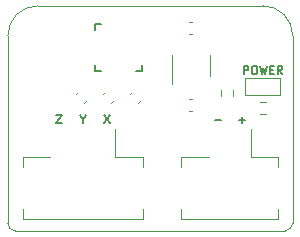
<source format=gbr>
%TF.GenerationSoftware,KiCad,Pcbnew,8.0.2*%
%TF.CreationDate,2024-05-08T23:24:27+02:00*%
%TF.ProjectId,adxl335,6164786c-3333-4352-9e6b-696361645f70,0.0.1*%
%TF.SameCoordinates,Original*%
%TF.FileFunction,Legend,Top*%
%TF.FilePolarity,Positive*%
%FSLAX46Y46*%
G04 Gerber Fmt 4.6, Leading zero omitted, Abs format (unit mm)*
G04 Created by KiCad (PCBNEW 8.0.2) date 2024-05-08 23:24:27*
%MOMM*%
%LPD*%
G01*
G04 APERTURE LIST*
%ADD10C,0.120000*%
%ADD11C,0.175000*%
%ADD12C,0.203200*%
%TA.AperFunction,Profile*%
%ADD13C,0.100000*%
%TD*%
G04 APERTURE END LIST*
D10*
X45729154Y-33237380D02*
X46429154Y-33237380D01*
X45729154Y-31767380D02*
X45729154Y-33237380D01*
X46429154Y-31767380D02*
X45729154Y-31767380D01*
D11*
X29723821Y-34911113D02*
X30190487Y-34911113D01*
X30190487Y-34911113D02*
X29723821Y-35611113D01*
X29723821Y-35611113D02*
X30190487Y-35611113D01*
X33787821Y-34911113D02*
X34254487Y-35611113D01*
X34254487Y-34911113D02*
X33787821Y-35611113D01*
X43152487Y-35344446D02*
X43685821Y-35344446D01*
X45184487Y-35344446D02*
X45717821Y-35344446D01*
X45451154Y-35611113D02*
X45451154Y-35077780D01*
X31989154Y-35277780D02*
X31989154Y-35611113D01*
X31755820Y-34911113D02*
X31989154Y-35277780D01*
X31989154Y-35277780D02*
X32222487Y-34911113D01*
X45612487Y-31420113D02*
X45612487Y-30720113D01*
X45612487Y-30720113D02*
X45879154Y-30720113D01*
X45879154Y-30720113D02*
X45945821Y-30753446D01*
X45945821Y-30753446D02*
X45979154Y-30786780D01*
X45979154Y-30786780D02*
X46012487Y-30853446D01*
X46012487Y-30853446D02*
X46012487Y-30953446D01*
X46012487Y-30953446D02*
X45979154Y-31020113D01*
X45979154Y-31020113D02*
X45945821Y-31053446D01*
X45945821Y-31053446D02*
X45879154Y-31086780D01*
X45879154Y-31086780D02*
X45612487Y-31086780D01*
X46445821Y-30720113D02*
X46579154Y-30720113D01*
X46579154Y-30720113D02*
X46645821Y-30753446D01*
X46645821Y-30753446D02*
X46712487Y-30820113D01*
X46712487Y-30820113D02*
X46745821Y-30953446D01*
X46745821Y-30953446D02*
X46745821Y-31186780D01*
X46745821Y-31186780D02*
X46712487Y-31320113D01*
X46712487Y-31320113D02*
X46645821Y-31386780D01*
X46645821Y-31386780D02*
X46579154Y-31420113D01*
X46579154Y-31420113D02*
X46445821Y-31420113D01*
X46445821Y-31420113D02*
X46379154Y-31386780D01*
X46379154Y-31386780D02*
X46312487Y-31320113D01*
X46312487Y-31320113D02*
X46279154Y-31186780D01*
X46279154Y-31186780D02*
X46279154Y-30953446D01*
X46279154Y-30953446D02*
X46312487Y-30820113D01*
X46312487Y-30820113D02*
X46379154Y-30753446D01*
X46379154Y-30753446D02*
X46445821Y-30720113D01*
X46979154Y-30720113D02*
X47145820Y-31420113D01*
X47145820Y-31420113D02*
X47279154Y-30920113D01*
X47279154Y-30920113D02*
X47412487Y-31420113D01*
X47412487Y-31420113D02*
X47579154Y-30720113D01*
X47845820Y-31053446D02*
X48079154Y-31053446D01*
X48179154Y-31420113D02*
X47845820Y-31420113D01*
X47845820Y-31420113D02*
X47845820Y-30720113D01*
X47845820Y-30720113D02*
X48179154Y-30720113D01*
X48879153Y-31420113D02*
X48645820Y-31086780D01*
X48479153Y-31420113D02*
X48479153Y-30720113D01*
X48479153Y-30720113D02*
X48745820Y-30720113D01*
X48745820Y-30720113D02*
X48812487Y-30753446D01*
X48812487Y-30753446D02*
X48845820Y-30786780D01*
X48845820Y-30786780D02*
X48879153Y-30853446D01*
X48879153Y-30853446D02*
X48879153Y-30953446D01*
X48879153Y-30953446D02*
X48845820Y-31020113D01*
X48845820Y-31020113D02*
X48812487Y-31053446D01*
X48812487Y-31053446D02*
X48745820Y-31086780D01*
X48745820Y-31086780D02*
X48479153Y-31086780D01*
D10*
%TO.C,R2*%
X43658654Y-33247638D02*
X43658654Y-32773122D01*
X44703654Y-33247638D02*
X44703654Y-32773122D01*
%TO.C,U2*%
X39523154Y-29824380D02*
X39523154Y-32274380D01*
X42743154Y-31624380D02*
X42743154Y-29824380D01*
%TO.C,J1*%
X40349154Y-38449380D02*
X42674154Y-38449380D01*
X40349154Y-39299380D02*
X40349154Y-38449380D01*
X40349154Y-43669380D02*
X40349154Y-42819380D01*
X46194154Y-38449380D02*
X46194154Y-36059380D01*
X48519154Y-38449380D02*
X46194154Y-38449380D01*
X48519154Y-39299380D02*
X48519154Y-38449380D01*
X48519154Y-42819380D02*
X48519154Y-43669380D01*
X48519154Y-43669380D02*
X40349154Y-43669380D01*
%TO.C,J2*%
X26904154Y-38449380D02*
X29229154Y-38449380D01*
X26904154Y-39299380D02*
X26904154Y-38449380D01*
X26904154Y-43669380D02*
X26904154Y-42819380D01*
X34749154Y-38449380D02*
X34749154Y-36059380D01*
X37074154Y-38449380D02*
X34749154Y-38449380D01*
X37074154Y-39299380D02*
X37074154Y-38449380D01*
X37074154Y-42819380D02*
X37074154Y-43669380D01*
X37074154Y-43669380D02*
X26904154Y-43669380D01*
%TO.C,C1*%
X35974124Y-33130161D02*
X36172935Y-32931350D01*
X36695373Y-33851410D02*
X36894184Y-33652599D01*
%TO.C,C2*%
X33886935Y-32931350D02*
X33688124Y-33130161D01*
X34608184Y-33652599D02*
X34409373Y-33851410D01*
%TO.C,C4*%
X40992574Y-33516380D02*
X41273734Y-33516380D01*
X40992574Y-34536380D02*
X41273734Y-34536380D01*
%TO.C,D1*%
X46429154Y-33237380D02*
X48714154Y-33237380D01*
X48714154Y-31767380D02*
X46429154Y-31767380D01*
X48714154Y-33237380D02*
X48714154Y-31767380D01*
%TO.C,C3*%
X31600935Y-32931350D02*
X31402124Y-33130161D01*
X32322184Y-33652599D02*
X32123373Y-33851410D01*
D12*
%TO.C,U1*%
X33037154Y-27200380D02*
X33537154Y-27200380D01*
X33037154Y-27700380D02*
X33037154Y-27200380D01*
X33037154Y-31200380D02*
X33037154Y-30700380D01*
X33537154Y-31200380D02*
X33037154Y-31200380D01*
X37037154Y-30700380D02*
X37037154Y-31200380D01*
X37037154Y-31200380D02*
X36537154Y-31200380D01*
D10*
%TO.C,R1*%
X46991896Y-33757880D02*
X47466412Y-33757880D01*
X46991896Y-34802880D02*
X47466412Y-34802880D01*
%TO.C,C5*%
X40992574Y-27039380D02*
X41273734Y-27039380D01*
X40992574Y-28059380D02*
X41273734Y-28059380D01*
%TD*%
D13*
X47229154Y-25644380D02*
G75*
G02*
X49769220Y-28184380I46J-2540020D01*
G01*
X25639154Y-44059380D02*
X25639154Y-28184380D01*
X49769154Y-44059380D02*
X49769154Y-28184380D01*
X26274154Y-44694380D02*
G75*
G02*
X25639220Y-44059380I46J634980D01*
G01*
X25639154Y-28184380D02*
G75*
G02*
X28179154Y-25644384I2539996J0D01*
G01*
X47229154Y-25644380D02*
X28179154Y-25644380D01*
X49769154Y-44059380D02*
G75*
G02*
X49134154Y-44694354I-634954J-20D01*
G01*
X26274154Y-44694380D02*
X49134154Y-44694380D01*
M02*

</source>
